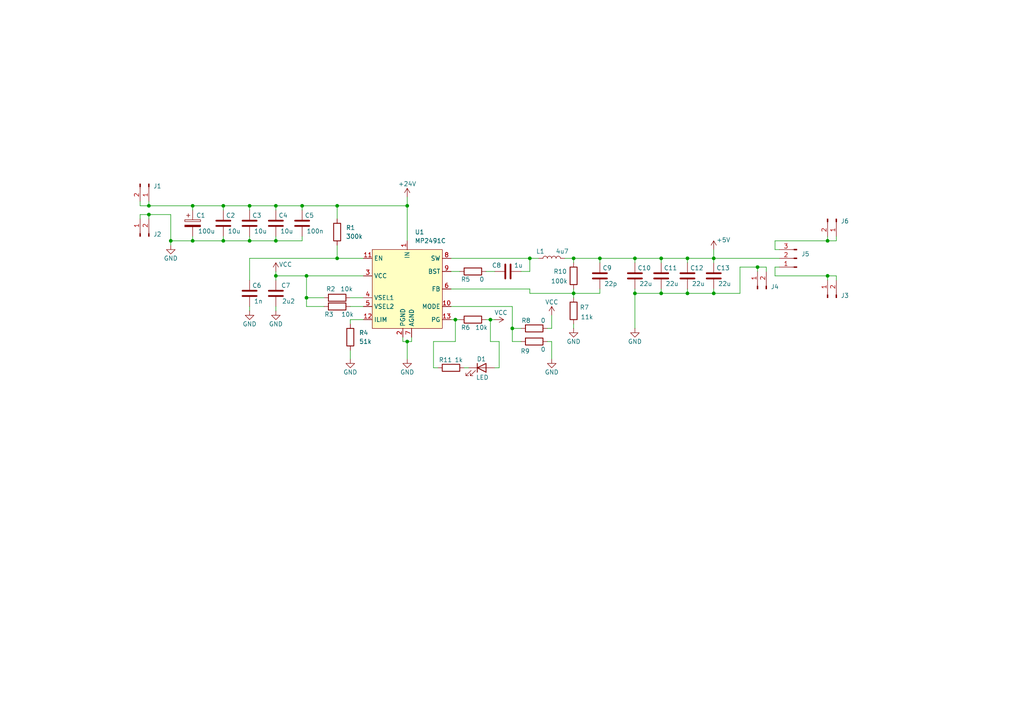
<source format=kicad_sch>
(kicad_sch (version 20231120) (generator "eeschema") (generator_version "8.0")
  (paper "A4")
  (lib_symbols
    (symbol "Connector:Conn_01x02_Pin" (pin_names (offset 1.016) hide)
      (property "Reference" "J" (at 0 2.54 0))
      (property "Value" "Conn_01x02_Pin" (at 0 -5.08 0))
      (symbol "Conn_01x02_Pin_1_1"
        (polyline (pts (xy 1.27 -2.54) (xy 0.8636 -2.54)) (stroke (width 0.1524)))
        (polyline (pts (xy 1.27 0) (xy 0.8636 0)) (stroke (width 0.1524)))
        (rectangle (start 0.8636 -2.413) (end 0 -2.667) (stroke (width 0.1524)) (fill (type outline)))
        (rectangle (start 0.8636 0.127) (end 0 -0.127) (stroke (width 0.1524)) (fill (type outline)))
        (pin passive line (at 5.08 0 180) (length 3.81) (name "Pin_1") (number "1"))
        (pin passive line (at 5.08 -2.54 180) (length 3.81) (name "Pin_2") (number "2"))
      )
    )
    (symbol "Connector:Conn_01x03_Pin" (pin_names (offset 1.016) hide)
      (property "Reference" "J" (at 0 5.08 0))
      (property "Value" "Conn_01x03_Pin" (at 0 -5.08 0))
      (symbol "Conn_01x03_Pin_1_1"
        (polyline (pts (xy 1.27 -2.54) (xy 0.8636 -2.54)) (stroke (width 0.1524)))
        (polyline (pts (xy 1.27 0) (xy 0.8636 0)) (stroke (width 0.1524)))
        (polyline (pts (xy 1.27 2.54) (xy 0.8636 2.54)) (stroke (width 0.1524)))
        (rectangle (start 0.8636 -2.413) (end 0 -2.667) (stroke (width 0.1524)) (fill (type outline)))
        (rectangle (start 0.8636 0.127) (end 0 -0.127) (stroke (width 0.1524)) (fill (type outline)))
        (rectangle (start 0.8636 2.667) (end 0 2.413) (stroke (width 0.1524)) (fill (type outline)))
        (pin passive line (at 5.08 2.54 180) (length 3.81) (name "Pin_1") (number "1"))
        (pin passive line (at 5.08 0 180) (length 3.81) (name "Pin_2") (number "2"))
        (pin passive line (at 5.08 -2.54 180) (length 3.81) (name "Pin_3") (number "3"))
      )
    )
    (symbol "Device:C" (pin_numbers hide) (pin_names (offset 0.254))
      (property "Reference" "C" (at 0.635 2.54 0))
      (property "Value" "C" (at 0.635 -2.54 0))
      (symbol "C_0_1"
        (polyline (pts (xy -2.032 -0.762) (xy 2.032 -0.762)) (stroke (width 0.508)))
        (polyline (pts (xy -2.032 0.762) (xy 2.032 0.762)) (stroke (width 0.508)))
      )
      (symbol "C_1_1"
        (pin passive line (at 0 3.81 270) (length 2.794) (name "~") (number "1"))
        (pin passive line (at 0 -3.81 90) (length 2.794) (name "~") (number "2"))
      )
    )
    (symbol "Device:C_Polarized" (pin_numbers hide) (pin_names (offset 0.254))
      (property "Reference" "C" (at 0.635 2.54 0))
      (property "Value" "C_Polarized" (at 0.635 -2.54 0))
      (symbol "C_Polarized_0_1"
        (rectangle (start -2.286 0.508) (end 2.286 1.016))
        (polyline (pts (xy -1.778 2.286) (xy -0.762 2.286)))
        (polyline (pts (xy -1.27 2.794) (xy -1.27 1.778)))
        (rectangle (start 2.286 -0.508) (end -2.286 -1.016) (fill (type outline)))
      )
      (symbol "C_Polarized_1_1"
        (pin passive line (at 0 3.81 270) (length 2.794) (name "~") (number "1"))
        (pin passive line (at 0 -3.81 90) (length 2.794) (name "~") (number "2"))
      )
    )
    (symbol "Device:L" (pin_numbers hide) (pin_names (offset 1.016) hide)
      (property "Reference" "L" (at -1.27 0 90))
      (property "Value" "L" (at 1.905 0 90))
      (symbol "L_0_1"
        (arc (start 0 -2.54) (mid 0.6323 -1.905) (end 0 -1.27))
        (arc (start 0 -1.27) (mid 0.6323 -0.635) (end 0 0))
        (arc (start 0 0) (mid 0.6323 0.635) (end 0 1.27))
        (arc (start 0 1.27) (mid 0.6323 1.905) (end 0 2.54))
      )
      (symbol "L_1_1"
        (pin passive line (at 0 3.81 270) (length 1.27) (name "1") (number "1"))
        (pin passive line (at 0 -3.81 90) (length 1.27) (name "2") (number "2"))
      )
    )
    (symbol "Device:LED" (pin_numbers hide) (pin_names (offset 1.016) hide)
      (property "Reference" "D" (at 0 2.54 0))
      (property "Value" "LED" (at 0 -2.54 0))
      (symbol "LED_0_1"
        (polyline (pts (xy -1.27 -1.27) (xy -1.27 1.27)) (stroke (width 0.254)))
        (polyline (pts (xy -1.27 0) (xy 1.27 0)))
        (polyline (pts (xy 1.27 -1.27) (xy 1.27 1.27) (xy -1.27 0) (xy 1.27 -1.27)) (stroke (width 0.254)))
        (polyline (pts (xy -3.048 -0.762) (xy -4.572 -2.286) (xy -3.81 -2.286) (xy -4.572 -2.286) (xy -4.572 -1.524)))
        (polyline (pts (xy -1.778 -0.762) (xy -3.302 -2.286) (xy -2.54 -2.286) (xy -3.302 -2.286) (xy -3.302 -1.524)))
      )
      (symbol "LED_1_1"
        (pin passive line (at -3.81 0 0) (length 2.54) (name "K") (number "1"))
        (pin passive line (at 3.81 0 180) (length 2.54) (name "A") (number "2"))
      )
    )
    (symbol "Device:R" (pin_numbers hide) (pin_names (offset 0))
      (property "Reference" "R" (at 2.032 0 90))
      (property "Value" "R" (at 0 0 90))
      (symbol "R_0_1"
        (rectangle (start -1.016 -2.54) (end 1.016 2.54) (stroke (width 0.254)))
      )
      (symbol "R_1_1"
        (pin passive line (at 0 3.81 270) (length 1.27) (name "~") (number "1"))
        (pin passive line (at 0 -3.81 90) (length 1.27) (name "~") (number "2"))
      )
    )
    (symbol "HK:MP2491C_HK"
      (property "Reference" "U" (at 0 0 0))
      (property "Value" "MP2491C" (at 5.842 13.462 0))
      (symbol "MP2491C_HK_1_1"
        (rectangle (start -10.16 11.43) (end 10.16 -11.43) (fill (type background)))
        (pin power_in line (at 0 13.97 270) (length 2.54) (name "IN") (number "1"))
        (pin input line (at 12.7 -5.08 180) (length 2.54) (name "MODE") (number "10"))
        (pin input line (at -12.7 8.89 0) (length 2.54) (name "EN") (number "11"))
        (pin input line (at -12.7 -8.89 0) (length 2.54) (name "ILIM") (number "12"))
        (pin output line (at 12.7 -8.89 180) (length 2.54) (name "PG") (number "13"))
        (pin power_in line (at -1.27 -13.97 90) (length 2.54) (name "PGND") (number "2"))
        (pin power_out line (at -12.7 3.81 0) (length 2.54) (name "VCC") (number "3"))
        (pin input line (at -12.7 -2.54 0) (length 2.54) (name "VSEL1") (number "4"))
        (pin input line (at -12.7 -5.08 0) (length 2.54) (name "VSEL2") (number "5"))
        (pin input line (at 12.7 0 180) (length 2.54) (name "FB") (number "6"))
        (pin power_in line (at 1.27 -13.97 90) (length 2.54) (name "AGND") (number "7"))
        (pin power_in line (at 12.7 8.89 180) (length 2.54) (name "SW") (number "8"))
        (pin input line (at 12.7 5.08 180) (length 2.54) (name "BST") (number "9"))
      )
    )
    (symbol "power:+24V" (power) (pin_numbers hide) (pin_names (offset 0) hide)
      (property "Value" "+24V" (at 0 3.556 0))
      (symbol "+24V_0_1"
        (polyline (pts (xy -0.762 1.27) (xy 0 2.54)))
        (polyline (pts (xy 0 0) (xy 0 2.54)))
        (polyline (pts (xy 0 2.54) (xy 0.762 1.27)))
      )
      (symbol "+24V_1_1"
        (pin power_in line (at 0 0 90) (length 0) (name "~") (number "1"))
      )
    )
    (symbol "power:+5V" (power) (pin_numbers hide) (pin_names (offset 0) hide)
      (property "Value" "+5V" (at 0 3.556 0))
      (symbol "+5V_0_1"
        (polyline (pts (xy -0.762 1.27) (xy 0 2.54)))
        (polyline (pts (xy 0 0) (xy 0 2.54)))
        (polyline (pts (xy 0 2.54) (xy 0.762 1.27)))
      )
      (symbol "+5V_1_1"
        (pin power_in line (at 0 0 90) (length 0) (name "~") (number "1"))
      )
    )
    (symbol "power:GND" (power) (pin_numbers hide) (pin_names (offset 0) hide)
      (property "Value" "GND" (at 0 -3.81 0))
      (symbol "GND_0_1"
        (polyline (pts (xy 0 0) (xy 0 -1.27) (xy 1.27 -1.27) (xy 0 -2.54) (xy -1.27 -1.27) (xy 0 -1.27)))
      )
      (symbol "GND_1_1"
        (pin power_in line (at 0 0 270) (length 0) (name "~") (number "1"))
      )
    )
    (symbol "power:VCC" (power) (pin_numbers hide) (pin_names (offset 0) hide)
      (property "Value" "VCC" (at 0 3.556 0))
      (symbol "VCC_0_1"
        (polyline (pts (xy -0.762 1.27) (xy 0 2.54)))
        (polyline (pts (xy 0 0) (xy 0 2.54)))
        (polyline (pts (xy 0 2.54) (xy 0.762 1.27)))
      )
      (symbol "VCC_1_1"
        (pin power_in line (at 0 0 90) (length 0) (name "~") (number "1"))
      )
    )
  )
  (junction (at 153.67 74.93))
  (junction (at 43.18 62.23))
  (junction (at 191.77 85.09))
  (junction (at 55.88 69.85))
  (junction (at 219.71 77.47))
  (junction (at 240.03 69.85))
  (junction (at 118.11 59.69))
  (junction (at 64.77 69.85))
  (junction (at 88.9 80.01))
  (junction (at 240.03 80.01))
  (junction (at 118.11 99.06))
  (junction (at 191.77 74.93))
  (junction (at 49.53 69.85))
  (junction (at 64.77 59.69))
  (junction (at 199.39 74.93))
  (junction (at 43.18 59.69))
  (junction (at 80.01 80.01))
  (junction (at 184.15 74.93))
  (junction (at 87.63 59.69))
  (junction (at 207.01 85.09))
  (junction (at 80.01 69.85))
  (junction (at 88.9 86.36))
  (junction (at 72.39 59.69))
  (junction (at 173.99 74.93))
  (junction (at 199.39 85.09))
  (junction (at 55.88 59.69))
  (junction (at 166.37 85.09))
  (junction (at 207.01 74.93))
  (junction (at 184.15 85.09))
  (junction (at 148.59 95.25))
  (junction (at 166.37 74.93))
  (junction (at 97.79 59.69))
  (junction (at 142.24 92.71))
  (junction (at 72.39 69.85))
  (junction (at 80.01 59.69))
  (junction (at 97.79 74.93))
  (junction (at 132.08 92.71))
  (wire (pts (xy 80.01 68.58) (xy 80.01 69.85)))
  (wire (pts (xy 116.84 97.79) (xy 116.84 99.06)))
  (wire (pts (xy 151.13 95.25) (xy 148.59 95.25)))
  (wire (pts (xy 43.18 62.23) (xy 43.18 63.5)))
  (wire (pts (xy 49.53 62.23) (xy 49.53 69.85)))
  (wire (pts (xy 207.01 85.09) (xy 214.63 85.09)))
  (wire (pts (xy 148.59 95.25) (xy 148.59 99.06)))
  (wire (pts (xy 184.15 83.82) (xy 184.15 85.09)))
  (wire (pts (xy 224.79 80.01) (xy 240.03 80.01)))
  (wire (pts (xy 140.97 92.71) (xy 142.24 92.71)))
  (wire (pts (xy 158.75 99.06) (xy 160.02 99.06)))
  (wire (pts (xy 207.01 72.39) (xy 207.01 74.93)))
  (wire (pts (xy 191.77 85.09) (xy 184.15 85.09)))
  (wire (pts (xy 80.01 88.9) (xy 80.01 90.17)))
  (wire (pts (xy 125.73 106.68) (xy 125.73 99.06)))
  (wire (pts (xy 224.79 69.85) (xy 240.03 69.85)))
  (wire (pts (xy 184.15 85.09) (xy 184.15 95.25)))
  (wire (pts (xy 87.63 59.69) (xy 97.79 59.69)))
  (wire (pts (xy 43.18 58.42) (xy 43.18 59.69)))
  (wire (pts (xy 199.39 74.93) (xy 199.39 76.2)))
  (wire (pts (xy 87.63 59.69) (xy 87.63 60.96)))
  (wire (pts (xy 118.11 57.15) (xy 118.11 59.69)))
  (wire (pts (xy 160.02 99.06) (xy 160.02 104.14)))
  (wire (pts (xy 144.78 106.68) (xy 144.78 99.06)))
  (wire (pts (xy 97.79 59.69) (xy 97.79 63.5)))
  (wire (pts (xy 130.81 74.93) (xy 153.67 74.93)))
  (wire (pts (xy 160.02 91.44) (xy 160.02 95.25)))
  (wire (pts (xy 72.39 81.28) (xy 72.39 74.93)))
  (wire (pts (xy 72.39 69.85) (xy 64.77 69.85)))
  (wire (pts (xy 148.59 99.06) (xy 151.13 99.06)))
  (wire (pts (xy 199.39 74.93) (xy 207.01 74.93)))
  (wire (pts (xy 119.38 99.06) (xy 118.11 99.06)))
  (wire (pts (xy 173.99 83.82) (xy 173.99 85.09)))
  (wire (pts (xy 224.79 77.47) (xy 224.79 80.01)))
  (wire (pts (xy 130.81 92.71) (xy 132.08 92.71)))
  (wire (pts (xy 105.41 74.93) (xy 97.79 74.93)))
  (wire (pts (xy 80.01 59.69) (xy 87.63 59.69)))
  (wire (pts (xy 240.03 68.58) (xy 240.03 69.85)))
  (wire (pts (xy 207.01 74.93) (xy 226.06 74.93)))
  (wire (pts (xy 166.37 74.93) (xy 166.37 76.2)))
  (wire (pts (xy 207.01 85.09) (xy 199.39 85.09)))
  (wire (pts (xy 226.06 77.47) (xy 224.79 77.47)))
  (wire (pts (xy 132.08 92.71) (xy 133.35 92.71)))
  (wire (pts (xy 173.99 85.09) (xy 166.37 85.09)))
  (wire (pts (xy 72.39 59.69) (xy 80.01 59.69)))
  (wire (pts (xy 224.79 72.39) (xy 226.06 72.39)))
  (wire (pts (xy 40.64 58.42) (xy 40.64 59.69)))
  (wire (pts (xy 242.57 80.01) (xy 242.57 81.28)))
  (wire (pts (xy 130.81 78.74) (xy 133.35 78.74)))
  (wire (pts (xy 148.59 88.9) (xy 148.59 95.25)))
  (wire (pts (xy 80.01 80.01) (xy 80.01 81.28)))
  (wire (pts (xy 153.67 85.09) (xy 166.37 85.09)))
  (wire (pts (xy 97.79 59.69) (xy 118.11 59.69)))
  (wire (pts (xy 105.41 92.71) (xy 101.6 92.71)))
  (wire (pts (xy 240.03 80.01) (xy 242.57 80.01)))
  (wire (pts (xy 125.73 99.06) (xy 132.08 99.06)))
  (wire (pts (xy 49.53 69.85) (xy 49.53 71.12)))
  (wire (pts (xy 118.11 59.69) (xy 118.11 69.85)))
  (wire (pts (xy 43.18 59.69) (xy 55.88 59.69)))
  (wire (pts (xy 55.88 59.69) (xy 64.77 59.69)))
  (wire (pts (xy 191.77 83.82) (xy 191.77 85.09)))
  (wire (pts (xy 88.9 86.36) (xy 93.98 86.36)))
  (wire (pts (xy 166.37 93.98) (xy 166.37 95.25)))
  (wire (pts (xy 80.01 78.74) (xy 80.01 80.01)))
  (wire (pts (xy 158.75 95.25) (xy 160.02 95.25)))
  (wire (pts (xy 93.98 88.9) (xy 88.9 88.9)))
  (wire (pts (xy 130.81 83.82) (xy 153.67 83.82)))
  (wire (pts (xy 199.39 83.82) (xy 199.39 85.09)))
  (wire (pts (xy 219.71 77.47) (xy 222.25 77.47)))
  (wire (pts (xy 151.13 78.74) (xy 153.67 78.74)))
  (wire (pts (xy 118.11 99.06) (xy 116.84 99.06)))
  (wire (pts (xy 142.24 92.71) (xy 143.51 92.71)))
  (wire (pts (xy 191.77 74.93) (xy 191.77 76.2)))
  (wire (pts (xy 166.37 85.09) (xy 166.37 86.36)))
  (wire (pts (xy 64.77 68.58) (xy 64.77 69.85)))
  (wire (pts (xy 127 106.68) (xy 125.73 106.68)))
  (wire (pts (xy 153.67 78.74) (xy 153.67 74.93)))
  (wire (pts (xy 87.63 69.85) (xy 80.01 69.85)))
  (wire (pts (xy 97.79 74.93) (xy 97.79 71.12)))
  (wire (pts (xy 242.57 68.58) (xy 242.57 69.85)))
  (wire (pts (xy 88.9 80.01) (xy 105.41 80.01)))
  (wire (pts (xy 191.77 74.93) (xy 199.39 74.93)))
  (wire (pts (xy 40.64 62.23) (xy 40.64 63.5)))
  (wire (pts (xy 240.03 80.01) (xy 240.03 81.28)))
  (wire (pts (xy 173.99 74.93) (xy 173.99 76.2)))
  (wire (pts (xy 163.83 74.93) (xy 166.37 74.93)))
  (wire (pts (xy 64.77 59.69) (xy 64.77 60.96)))
  (wire (pts (xy 199.39 85.09) (xy 191.77 85.09)))
  (wire (pts (xy 40.64 59.69) (xy 43.18 59.69)))
  (wire (pts (xy 214.63 77.47) (xy 219.71 77.47)))
  (wire (pts (xy 88.9 86.36) (xy 88.9 88.9)))
  (wire (pts (xy 80.01 69.85) (xy 72.39 69.85)))
  (wire (pts (xy 224.79 72.39) (xy 224.79 69.85)))
  (wire (pts (xy 101.6 101.6) (xy 101.6 104.14)))
  (wire (pts (xy 118.11 99.06) (xy 118.11 104.14)))
  (wire (pts (xy 80.01 80.01) (xy 88.9 80.01)))
  (wire (pts (xy 140.97 78.74) (xy 143.51 78.74)))
  (wire (pts (xy 135.89 106.68) (xy 134.62 106.68)))
  (wire (pts (xy 142.24 99.06) (xy 142.24 92.71)))
  (wire (pts (xy 64.77 59.69) (xy 72.39 59.69)))
  (wire (pts (xy 55.88 59.69) (xy 55.88 60.96)))
  (wire (pts (xy 166.37 83.82) (xy 166.37 85.09)))
  (wire (pts (xy 148.59 88.9) (xy 130.81 88.9)))
  (wire (pts (xy 222.25 77.47) (xy 222.25 78.74)))
  (wire (pts (xy 55.88 69.85) (xy 49.53 69.85)))
  (wire (pts (xy 153.67 83.82) (xy 153.67 85.09)))
  (wire (pts (xy 72.39 59.69) (xy 72.39 60.96)))
  (wire (pts (xy 173.99 74.93) (xy 184.15 74.93)))
  (wire (pts (xy 101.6 92.71) (xy 101.6 93.98)))
  (wire (pts (xy 80.01 59.69) (xy 80.01 60.96)))
  (wire (pts (xy 207.01 83.82) (xy 207.01 85.09)))
  (wire (pts (xy 166.37 74.93) (xy 173.99 74.93)))
  (wire (pts (xy 144.78 99.06) (xy 142.24 99.06)))
  (wire (pts (xy 72.39 68.58) (xy 72.39 69.85)))
  (wire (pts (xy 184.15 74.93) (xy 191.77 74.93)))
  (wire (pts (xy 207.01 74.93) (xy 207.01 76.2)))
  (wire (pts (xy 72.39 88.9) (xy 72.39 90.17)))
  (wire (pts (xy 143.51 106.68) (xy 144.78 106.68)))
  (wire (pts (xy 119.38 97.79) (xy 119.38 99.06)))
  (wire (pts (xy 242.57 69.85) (xy 240.03 69.85)))
  (wire (pts (xy 72.39 74.93) (xy 97.79 74.93)))
  (wire (pts (xy 101.6 86.36) (xy 105.41 86.36)))
  (wire (pts (xy 55.88 68.58) (xy 55.88 69.85)))
  (wire (pts (xy 40.64 62.23) (xy 43.18 62.23)))
  (wire (pts (xy 219.71 77.47) (xy 219.71 78.74)))
  (wire (pts (xy 184.15 74.93) (xy 184.15 76.2)))
  (wire (pts (xy 214.63 85.09) (xy 214.63 77.47)))
  (wire (pts (xy 43.18 62.23) (xy 49.53 62.23)))
  (wire (pts (xy 153.67 74.93) (xy 156.21 74.93)))
  (wire (pts (xy 88.9 80.01) (xy 88.9 86.36)))
  (wire (pts (xy 87.63 68.58) (xy 87.63 69.85)))
  (wire (pts (xy 101.6 88.9) (xy 105.41 88.9)))
  (wire (pts (xy 64.77 69.85) (xy 55.88 69.85)))
  (wire (pts (xy 132.08 99.06) (xy 132.08 92.71)))
  (symbol (lib_id "Device:R") (at 154.94 95.25 90) (unit 1)
    (property "Reference" "R8" (at 153.924 92.964 90) (effects (justify left)))
    (property "Value" "0" (at 158.242 92.964 90) (effects (justify left)))
    (property "Footprint" "Resistor_SMD:R_0603_1608Metric" (effects (hide yes)))
    (property "Description" "Resistor" (effects (hide yes)))
  )
  (symbol (lib_id "Device:R") (at 97.79 86.36 90) (unit 1)
    (property "Reference" "R2" (at 97.282 83.82 90) (effects (justify left)))
    (property "Value" "10k" (at 102.362 83.82 90) (effects (justify left)))
    (property "Footprint" "Resistor_SMD:R_0603_1608Metric" (effects (hide yes)))
    (property "Description" "Resistor" (effects (hide yes)))
  )
  (symbol (lib_id "Device:R") (at 101.6 97.79 0) (unit 1)
    (property "Reference" "R4" (at 104.14 96.5199 0) (effects (justify left)))
    (property "Value" "51k" (at 104.14 99.0599 0) (effects (justify left)))
    (property "Footprint" "Resistor_SMD:R_0603_1608Metric" (effects (hide yes)))
    (property "Description" "Resistor" (effects (hide yes)))
  )
  (symbol (lib_id "Device:R") (at 154.94 99.06 90) (unit 1)
    (property "Reference" "R9" (at 153.67 101.854 90) (effects (justify left)))
    (property "Value" "0" (at 158.242 101.346 90) (effects (justify left)))
    (property "Footprint" "Resistor_SMD:R_0603_1608Metric" (effects (hide yes)))
    (property "Description" "Resistor" (effects (hide yes)))
  )
  (symbol (lib_id "power:GND") (at 72.39 90.17 0) (unit 1)
    (property "Reference" "#PWR0107" (effects (hide yes)))
    (property "Value" "GND" (at 72.39 93.98 0))
    (property "Description" "Power symbol creates a global label with name \"GND\" , ground" (effects (hide yes)))
  )
  (symbol (lib_id "Connector:Conn_01x02_Pin") (at 240.03 86.36 90) (unit 1)
    (property "Reference" "J3" (at 243.84 85.7249 90) (effects (justify right)))
    (property "Value" "Conn_01x02_Pin" (effects (hide yes)))
    (property "Footprint" "Connector_PinHeader_2.54mm:PinHeader_1x02_P2.54mm_Vertical" (effects (hide yes)))
    (property "Description" "Generic connector, single row, 01x02, script generated" (effects (hide yes)))
  )
  (symbol (lib_id "Connector:Conn_01x02_Pin") (at 40.64 68.58 90) (unit 1)
    (property "Reference" "J2" (at 44.45 67.9449 90) (effects (justify right)))
    (property "Value" "Conn_01x02_Pin" (effects (hide yes)))
    (property "Footprint" "Connector_PinHeader_2.54mm:PinHeader_1x02_P2.54mm_Vertical" (effects (hide yes)))
    (property "Description" "Generic connector, single row, 01x02, script generated" (effects (hide yes)))
  )
  (symbol (lib_id "Device:C_Polarized") (at 55.88 64.77 0) (unit 1)
    (property "Reference" "C1" (at 56.896 62.484 0) (effects (justify left)))
    (property "Value" "100u" (at 57.404 67.056 0) (effects (justify left)))
    (property "Footprint" "Capacitor_THT:CP_Radial_D6.3mm_P2.50mm" (effects (hide yes)))
    (property "Description" "Polarized capacitor" (effects (hide yes)))
  )
  (symbol (lib_id "power:GND") (at 101.6 104.14 0) (unit 1)
    (property "Reference" "#PWR0112" (effects (hide yes)))
    (property "Value" "GND" (at 101.6 107.95 0))
    (property "Description" "Power symbol creates a global label with name \"GND\" , ground" (effects (hide yes)))
  )
  (symbol (lib_id "Device:C") (at 199.39 80.01 0) (unit 1)
    (property "Reference" "C12" (at 200.152 77.724 0) (effects (justify left)))
    (property "Value" "22u" (at 200.66 82.296 0) (effects (justify left)))
    (property "Footprint" "Capacitor_SMD:C_0805_2012Metric" (effects (hide yes)))
    (property "Description" "Unpolarized capacitor" (effects (hide yes)))
  )
  (symbol (lib_id "Device:L") (at 160.02 74.93 90) (unit 1)
    (property "Reference" "L1" (at 156.718 72.898 90))
    (property "Value" "4u7" (at 163.068 72.898 90))
    (property "Footprint" "HK:Inductor_IHLP3232DZER4R7M11_HK" (effects (hide yes)))
    (property "Description" "Inductor" (effects (hide yes)))
  )
  (symbol (lib_id "Device:R") (at 166.37 90.17 0) (unit 1)
    (property "Reference" "R7" (at 168.148 89.154 0) (effects (justify left)))
    (property "Value" "11k" (at 168.402 91.948 0) (effects (justify left)))
    (property "Footprint" "Resistor_SMD:R_0603_1608Metric" (effects (hide yes)))
    (property "Description" "Resistor" (effects (hide yes)))
  )
  (symbol (lib_id "power:GND") (at 49.53 71.12 0) (unit 1)
    (property "Reference" "#PWR0101" (effects (hide yes)))
    (property "Value" "GND" (at 49.53 74.93 0))
    (property "Description" "Power symbol creates a global label with name \"GND\" , ground" (effects (hide yes)))
  )
  (symbol (lib_id "Device:C") (at 87.63 64.77 0) (unit 1)
    (property "Reference" "C5" (at 88.392 62.484 0) (effects (justify left)))
    (property "Value" "100n" (at 88.9 67.056 0) (effects (justify left)))
    (property "Footprint" "Capacitor_SMD:C_0603_1608Metric" (effects (hide yes)))
    (property "Description" "Unpolarized capacitor" (effects (hide yes)))
  )
  (symbol (lib_id "power:GND") (at 184.15 95.25 0) (unit 1)
    (property "Reference" "#PWR0108" (effects (hide yes)))
    (property "Value" "GND" (at 184.15 99.06 0))
    (property "Description" "Power symbol creates a global label with name \"GND\" , ground" (effects (hide yes)))
  )
  (symbol (lib_id "Device:C") (at 72.39 85.09 0) (unit 1)
    (property "Reference" "C6" (at 73.152 82.804 0) (effects (justify left)))
    (property "Value" "1n" (at 73.66 87.376 0) (effects (justify left)))
    (property "Footprint" "Capacitor_SMD:C_0603_1608Metric" (effects (hide yes)))
    (property "Description" "Unpolarized capacitor" (effects (hide yes)))
  )
  (symbol (lib_id "power:GND") (at 160.02 104.14 0) (unit 1)
    (property "Reference" "#PWR0104" (effects (hide yes)))
    (property "Value" "GND" (at 160.02 107.95 0))
    (property "Description" "Power symbol creates a global label with name \"GND\" , ground" (effects (hide yes)))
  )
  (symbol (lib_id "Device:C") (at 173.99 80.01 0) (unit 1)
    (property "Reference" "C9" (at 174.752 77.724 0) (effects (justify left)))
    (property "Value" "22p" (at 175.26 82.296 0) (effects (justify left)))
    (property "Footprint" "Capacitor_SMD:C_0603_1608Metric" (effects (hide yes)))
    (property "Description" "Unpolarized capacitor" (effects (hide yes)))
  )
  (symbol (lib_id "Device:C") (at 191.77 80.01 0) (unit 1)
    (property "Reference" "C11" (at 192.532 77.724 0) (effects (justify left)))
    (property "Value" "22u" (at 193.04 82.296 0) (effects (justify left)))
    (property "Footprint" "Capacitor_SMD:C_0805_2012Metric" (effects (hide yes)))
    (property "Description" "Unpolarized capacitor" (effects (hide yes)))
  )
  (symbol (lib_id "Connector:Conn_01x03_Pin") (at 231.14 74.93 180) (unit 1)
    (property "Reference" "J5" (at 232.41 73.6599 0) (effects (justify right)))
    (property "Value" "Conn_01x03_Pin" (effects (hide yes)))
    (property "Footprint" "Connector_PinHeader_2.54mm:PinHeader_1x03_P2.54mm_Vertical" (effects (hide yes)))
    (property "Description" "Generic connector, single row, 01x03, script generated" (effects (hide yes)))
  )
  (symbol (lib_id "HK:MP2491C_HK") (at 118.11 83.82 0) (unit 1)
    (property "Reference" "U1" (at 120.3041 67.31 0) (effects (justify left)))
    (property "Value" "MP2491C" (at 120.3041 69.85 0) (effects (justify left)))
    (property "Footprint" "HK:QFN-13_HK" (effects (hide yes)))
    (property "Datasheet" "https://www.monolithicpower.com/en/documentview/productdocument/index/version/2/document_type/Datasheet/lang/en/sku/MP2491CGQB-Z/document_id/4656/" (effects (hide yes)))
    (property "Description" "Step-Down Converter" (effects (hide yes)))
  )
  (symbol (lib_id "Device:C") (at 207.01 80.01 0) (unit 1)
    (property "Reference" "C13" (at 207.772 77.724 0) (effects (justify left)))
    (property "Value" "22u" (at 208.28 82.296 0) (effects (justify left)))
    (property "Footprint" "Capacitor_SMD:C_0805_2012Metric" (effects (hide yes)))
    (property "Description" "Unpolarized capacitor" (effects (hide yes)))
  )
  (symbol (lib_id "power:GND") (at 80.01 90.17 0) (unit 1)
    (property "Reference" "#PWR0106" (effects (hide yes)))
    (property "Value" "GND" (at 80.01 93.98 0))
    (property "Description" "Power symbol creates a global label with name \"GND\" , ground" (effects (hide yes)))
  )
  (symbol (lib_id "power:VCC") (at 80.01 78.74 0) (unit 1)
    (property "Reference" "#PWR01" (effects (hide yes)))
    (property "Value" "VCC" (at 82.804 76.708 0))
    (property "Description" "Power symbol creates a global label with name \"VCC\"" (effects (hide yes)))
  )
  (symbol (lib_id "Device:LED") (at 139.7 106.68 0) (unit 1)
    (property "Reference" "D1" (at 140.97 104.14 0) (effects (justify right)))
    (property "Value" "LED" (at 141.732 109.474 0) (effects (justify right)))
    (property "Footprint" "LED_SMD:LED_0603_1608Metric" (effects (hide yes)))
    (property "Description" "Light emitting diode" (effects (hide yes)))
  )
  (symbol (lib_id "Device:R") (at 97.79 67.31 0) (unit 1)
    (property "Reference" "R1" (at 100.33 66.0399 0) (effects (justify left)))
    (property "Value" "300k" (at 100.33 68.5799 0) (effects (justify left)))
    (property "Footprint" "Resistor_SMD:R_0603_1608Metric" (effects (hide yes)))
    (property "Description" "Resistor" (effects (hide yes)))
  )
  (symbol (lib_id "Device:C") (at 80.01 85.09 0) (unit 1)
    (property "Reference" "C7" (at 81.534 82.804 0) (effects (justify left)))
    (property "Value" "2u2" (at 81.788 87.376 0) (effects (justify left)))
    (property "Footprint" "Capacitor_SMD:C_0603_1608Metric" (effects (hide yes)))
    (property "Description" "Unpolarized capacitor" (effects (hide yes)))
  )
  (symbol (lib_id "Device:R") (at 137.16 78.74 90) (unit 1)
    (property "Reference" "R5" (at 136.398 81.026 90) (effects (justify left)))
    (property "Value" "0" (at 140.462 81.026 90) (effects (justify left)))
    (property "Footprint" "Resistor_SMD:R_0603_1608Metric" (effects (hide yes)))
    (property "Description" "Resistor" (effects (hide yes)))
  )
  (symbol (lib_id "Connector:Conn_01x02_Pin") (at 43.18 53.34 270) (unit 1)
    (property "Reference" "J1" (at 44.45 53.9749 90) (effects (justify left)))
    (property "Value" "Conn_01x02_Pin" (effects (hide yes)))
    (property "Footprint" "Connector_PinHeader_2.54mm:PinHeader_1x02_P2.54mm_Vertical" (effects (hide yes)))
    (property "Description" "Generic connector, single row, 01x02, script generated" (effects (hide yes)))
  )
  (symbol (lib_id "Device:R") (at 97.79 88.9 90) (unit 1)
    (property "Reference" "R3" (at 96.774 91.186 90) (effects (justify left)))
    (property "Value" "10k" (at 102.616 91.186 90) (effects (justify left)))
    (property "Footprint" "Resistor_SMD:R_0603_1608Metric" (effects (hide yes)))
    (property "Description" "Resistor" (effects (hide yes)))
  )
  (symbol (lib_id "power:VCC") (at 160.02 91.44 0) (unit 1)
    (property "Reference" "#PWR03" (effects (hide yes)))
    (property "Value" "VCC" (at 160.02 87.63 0))
    (property "Description" "Power symbol creates a global label with name \"VCC\"" (effects (hide yes)))
  )
  (symbol (lib_id "Device:R") (at 130.81 106.68 270) (unit 1)
    (property "Reference" "R11" (at 127.254 104.394 90) (effects (justify left)))
    (property "Value" "1k" (at 131.826 104.394 90) (effects (justify left)))
    (property "Footprint" "Resistor_SMD:R_0603_1608Metric" (effects (hide yes)))
    (property "Description" "Resistor" (effects (hide yes)))
  )
  (symbol (lib_id "Device:C") (at 64.77 64.77 0) (unit 1)
    (property "Reference" "C2" (at 65.532 62.484 0) (effects (justify left)))
    (property "Value" "10u" (at 66.04 67.056 0) (effects (justify left)))
    (property "Footprint" "Capacitor_SMD:C_0805_2012Metric" (effects (hide yes)))
    (property "Description" "Unpolarized capacitor" (effects (hide yes)))
  )
  (symbol (lib_id "Connector:Conn_01x02_Pin") (at 242.57 63.5 270) (unit 1)
    (property "Reference" "J6" (at 243.84 64.1349 90) (effects (justify left)))
    (property "Value" "Conn_01x02_Pin" (effects (hide yes)))
    (property "Footprint" "Connector_PinHeader_2.54mm:PinHeader_1x02_P2.54mm_Vertical" (effects (hide yes)))
    (property "Description" "Generic connector, single row, 01x02, script generated" (effects (hide yes)))
  )
  (symbol (lib_id "power:GND") (at 166.37 95.25 0) (unit 1)
    (property "Reference" "#PWR0105" (effects (hide yes)))
    (property "Value" "GND" (at 166.37 99.06 0))
    (property "Description" "Power symbol creates a global label with name \"GND\" , ground" (effects (hide yes)))
  )
  (symbol (lib_id "power:VCC") (at 143.51 92.71 270) (unit 1)
    (property "Reference" "#PWR02" (effects (hide yes)))
    (property "Value" "VCC" (at 145.288 90.678 90))
    (property "Description" "Power symbol creates a global label with name \"VCC\"" (effects (hide yes)))
  )
  (symbol (lib_id "Device:C") (at 147.32 78.74 270) (unit 1)
    (property "Reference" "C8" (at 144.018 76.962 90))
    (property "Value" "1u" (at 150.368 76.962 90))
    (property "Footprint" "Capacitor_SMD:C_0603_1608Metric" (effects (hide yes)))
    (property "Description" "Unpolarized capacitor" (effects (hide yes)))
  )
  (symbol (lib_id "power:GND") (at 118.11 104.14 0) (unit 1)
    (property "Reference" "#PWR0111" (effects (hide yes)))
    (property "Value" "GND" (at 118.11 107.95 0))
    (property "Description" "Power symbol creates a global label with name \"GND\" , ground" (effects (hide yes)))
  )
  (symbol (lib_id "Device:C") (at 72.39 64.77 0) (unit 1)
    (property "Reference" "C3" (at 73.152 62.484 0) (effects (justify left)))
    (property "Value" "10u" (at 73.66 67.056 0) (effects (justify left)))
    (property "Footprint" "Capacitor_SMD:C_0805_2012Metric" (effects (hide yes)))
    (property "Description" "Unpolarized capacitor" (effects (hide yes)))
  )
  (symbol (lib_id "power:+5V") (at 207.01 72.39 0) (unit 1)
    (property "Reference" "#PWR0109" (effects (hide yes)))
    (property "Value" "+5V" (at 207.772 69.596 0) (effects (justify left)))
    (property "Description" "Power symbol creates a global label with name \"+5V\"" (effects (hide yes)))
  )
  (symbol (lib_id "power:+24V") (at 118.11 57.15 0) (unit 1)
    (property "Reference" "#PWR0110" (effects (hide yes)))
    (property "Value" "+24V" (at 118.11 53.34 0))
    (property "Description" "Power symbol creates a global label with name \"+24V\"" (effects (hide yes)))
  )
  (symbol (lib_id "Device:C") (at 80.01 64.77 0) (unit 1)
    (property "Reference" "C4" (at 80.772 62.484 0) (effects (justify left)))
    (property "Value" "10u" (at 81.28 67.056 0) (effects (justify left)))
    (property "Footprint" "Capacitor_SMD:C_0805_2012Metric" (effects (hide yes)))
    (property "Description" "Unpolarized capacitor" (effects (hide yes)))
  )
  (symbol (lib_id "Device:R") (at 137.16 92.71 90) (unit 1)
    (property "Reference" "R6" (at 136.398 94.996 90) (effects (justify left)))
    (property "Value" "10k" (at 141.478 94.996 90) (effects (justify left)))
    (property "Footprint" "Resistor_SMD:R_0603_1608Metric" (effects (hide yes)))
    (property "Description" "Resistor" (effects (hide yes)))
  )
  (symbol (lib_id "Device:C") (at 184.15 80.01 0) (unit 1)
    (property "Reference" "C10" (at 184.912 77.724 0) (effects (justify left)))
    (property "Value" "22u" (at 185.42 82.296 0) (effects (justify left)))
    (property "Footprint" "Capacitor_SMD:C_0805_2012Metric" (effects (hide yes)))
    (property "Description" "Unpolarized capacitor" (effects (hide yes)))
  )
  (symbol (lib_id "Connector:Conn_01x02_Pin") (at 219.71 83.82 90) (unit 1)
    (property "Reference" "J4" (at 223.52 83.1849 90) (effects (justify right)))
    (property "Value" "Conn_01x02_Pin" (effects (hide yes)))
    (property "Footprint" "Connector_PinHeader_2.54mm:PinHeader_1x02_P2.54mm_Vertical" (effects (hide yes)))
    (property "Description" "Generic connector, single row, 01x02, script generated" (effects (hide yes)))
  )
  (symbol (lib_id "Device:R") (at 166.37 80.01 0) (unit 1)
    (property "Reference" "R10" (at 160.528 78.74 0) (effects (justify left)))
    (property "Value" "100k" (at 159.766 81.534 0) (effects (justify left)))
    (property "Footprint" "Resistor_SMD:R_0603_1608Metric" (effects (hide yes)))
    (property "Description" "Resistor" (effects (hide yes)))
  )
)
</source>
